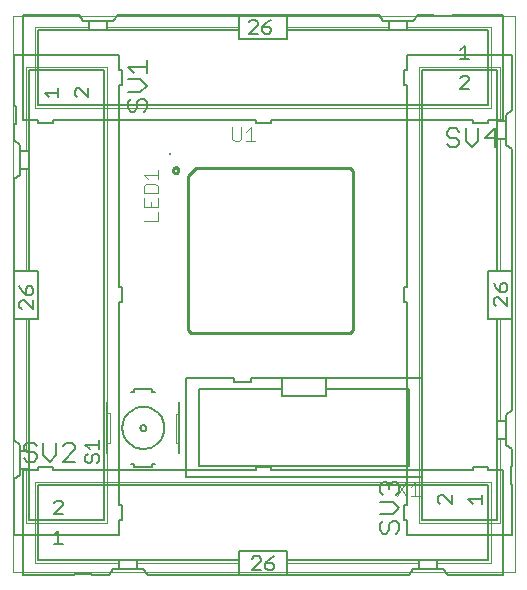
<source format=gbr>
G04 CAM350 V10.0.1 (Build 314) Date:  Fri Nov 30 16:16:42 2012 *
G04 Database: (Untitled) *
G04 Layer 5: silk *
%FSLAX23Y23*%
%MOIN*%
%SFA1.000B1.000*%

%MIA0B0*%
%IPPOS*%
%ADD10C,0.00000*%
%ADD18C,0.00800*%
%ADD35C,0.00400*%
%ADD36C,0.01000*%
%ADD37C,0.00600*%
%ADD38C,0.00200*%
%ADD39C,0.00500*%
%ADD40C,0.00700*%
%ADD41R,0.00790X0.00790*%
%LNsilk*%
%LPD*%
G54D41*
X537Y1418D03*
G54D10*
X12Y27D02*
G01X11Y1879D01*
X1685*
X1686Y27*
X12*
G54D35*
X495Y1197D02*
G01Y1227D01*
Y1243D02*
G01Y1273D01*
Y1289D02*
G01Y1312D01*
X487Y1319*
X457*
X449Y1312*
Y1289*
X495*
X472Y1258D02*
G01Y1243D01*
X449D02*
G01X495D01*
Y1197D02*
G01X449D01*
Y1243D02*
G01Y1273D01*
X464Y1335D02*
G01X449Y1350D01*
X495*
Y1335D02*
G01Y1365D01*
X751Y1462D02*
G01X744Y1469D01*
Y1508*
X774D02*
G01Y1469D01*
X767Y1462*
X751*
X790D02*
G01X820D01*
X805D02*
G01Y1508D01*
X790Y1492*
X1292Y325D02*
G01X1322Y279D01*
X1338D02*
G01X1368D01*
X1353D02*
G01Y325D01*
X1338Y310*
X1322Y325D02*
G01X1292Y279D01*
G54D36*
X1136Y823D02*
G01X605D01*
X595Y833*
Y1345*
X624Y1374*
X1136*
X1146Y1364*
Y833*
X1136Y823*
X545Y1365D02*
G01Y1367D01*
Y1369*
X546Y1371*
X548Y1372*
X549Y1373*
X551Y1374*
X553Y1375*
X555*
X556*
X558Y1374*
X560Y1373*
X561Y1372*
X563Y1371*
X564Y1369*
Y1367*
Y1365*
Y1363*
Y1361*
X563Y1360*
X561Y1358*
X560Y1357*
X558Y1356*
X556*
X555Y1355*
X553Y1356*
X551*
X549Y1357*
X548Y1358*
X546Y1360*
X545Y1361*
Y1363*
Y1365*
G54D37*
X377Y1651D02*
G01X367D01*
Y976*
X377*
Y926*
X367*
Y251*
X377*
Y201*
X367*
Y151*
X17*
Y336*
X37Y351*
Y371*
Y431*
Y451*
X17Y466*
Y871*
X57*
X67*
Y431*
Y371*
X57*
X37*
X46Y366D02*
G01Y16D01*
X216*
Y21*
X276*
Y16*
X331*
X346Y36*
X366*
X426*
X446*
X461Y16*
X766*
Y56*
Y66*
X426*
X366*
X96*
Y316*
X1596*
Y66*
X1426*
X1366*
X926*
Y56*
Y16*
X766*
Y66D02*
G01Y96D01*
X926*
Y66*
Y16D02*
G01X1331D01*
X1346Y36*
X1366*
X1426*
Y56*
Y66*
Y36D02*
G01X1446D01*
X1461Y16*
X1646*
Y366*
X1596*
Y376*
X1546*
Y366*
X871*
Y376*
X821*
Y366*
X146*
Y376*
X96*
Y366*
X46*
X67Y371D02*
G01Y201D01*
X317*
Y1701*
X67*
Y1431*
Y1371*
X57*
X37*
Y1351*
X17Y1336*
Y1031*
X57*
X67*
Y1371*
X37D02*
G01Y1431D01*
Y1451*
X17Y1466*
Y1521*
X22*
Y1581*
X17*
Y1751*
X367*
Y1701*
X377*
Y1651*
X327Y1833D02*
G01X267D01*
Y1843*
Y1863*
X327*
X347*
X362Y1883*
X767*
Y1843*
Y1833*
X327*
Y1843*
Y1863*
X267D02*
G01X247D01*
X232Y1883*
X47*
Y1533*
X97*
Y1523*
X147*
Y1533*
X822*
Y1523*
X872*
Y1533*
X1547*
Y1523*
X1597*
Y1533*
X1647*
Y1883*
X1477*
Y1878*
X1417*
Y1883*
X1362*
X1347Y1863*
X1327*
X1267*
X1247*
X1232Y1883*
X927*
Y1843*
Y1833*
X1267*
X1327*
X1597*
Y1583*
X97*
Y1833*
X267*
X67Y1431D02*
G01X57D01*
X37*
X17Y1031D02*
G01Y871D01*
X67D02*
G01X97D01*
Y1031*
X67*
X417Y637D02*
G01Y627D01*
X407*
X417Y637D02*
G01X477D01*
Y627*
X487*
X567Y592D02*
G01Y552D01*
Y457*
Y422*
X487Y387D02*
G01X477D01*
Y377*
X417*
Y387*
X407*
X327Y422D02*
G01Y457D01*
Y557*
Y592*
X437Y507D02*
G01Y509D01*
X438Y510*
X439Y512*
X440Y514*
X441Y515*
X443Y516*
X445*
X447Y517*
X449Y516*
X451*
X453Y515*
X454Y514*
X455Y512*
X456Y510*
X457Y509*
Y507*
Y505*
X456Y503*
X455Y501*
X454Y499*
X453Y498*
X451Y497*
X449*
X447*
X445*
X443*
X441Y498*
X440Y499*
X439Y501*
X438Y503*
X437Y505*
Y507*
X377D02*
G01Y512D01*
X378Y517*
X379Y522*
X380Y527*
X382Y532*
X384Y537*
X386Y542*
X389Y546*
X392Y550*
X396Y554*
X399Y558*
X403Y561*
X408Y564*
X412Y567*
X417Y570*
X421Y572*
X426Y573*
X431Y575*
X437Y576*
X442*
X447Y577*
X452Y576*
X457*
X463Y575*
X468Y573*
X473Y572*
X477Y570*
X482Y567*
X486Y564*
X491Y561*
X495Y558*
X498Y554*
X502Y550*
X505Y546*
X508Y542*
X510Y537*
X512Y532*
X514Y527*
X515Y522*
X516Y517*
X517Y512*
Y507*
Y501*
X516Y496*
X515Y491*
X514Y486*
X512Y481*
X510Y476*
X508Y472*
X505Y467*
X502Y463*
X498Y459*
X495Y455*
X491Y452*
X486Y449*
X482Y446*
X477Y443*
X473Y441*
X468Y440*
X463Y438*
X457Y437*
X452*
X447*
X442*
X437*
X431Y438*
X426Y440*
X421Y441*
X417Y443*
X412Y446*
X408Y449*
X403Y452*
X399Y455*
X396Y459*
X392Y463*
X389Y467*
X386Y472*
X384Y476*
X382Y481*
X380Y486*
X379Y491*
X378Y496*
X377Y501*
Y507*
X67Y431D02*
G01X57D01*
X37*
X366Y66D02*
G01Y56D01*
Y36*
X426D02*
G01Y56D01*
Y66*
X1317Y201D02*
G01X1327D01*
Y151*
X1677*
Y321*
X1672*
Y381*
X1677*
Y436*
X1657Y451*
Y471*
Y531*
Y551*
X1677Y566*
Y871*
X1637*
X1627*
Y531*
Y471*
Y201*
X1377*
Y1701*
X1627*
Y1531*
Y1471*
Y1031*
X1637*
X1677*
Y871*
X1627D02*
G01X1597D01*
Y1031*
X1627*
X1677D02*
G01Y1436D01*
X1657Y1451*
Y1471*
Y1531*
X1637*
X1627*
X1657D02*
G01Y1551D01*
X1677Y1566*
Y1751*
X1327*
Y1701*
X1317*
Y1651*
X1327*
Y976*
X1317*
Y926*
X1327*
Y251*
X1317*
Y201*
X1366Y66D02*
G01Y56D01*
Y36*
X1627Y471D02*
G01X1637D01*
X1657*
Y531D02*
G01X1637D01*
X1627*
Y1471D02*
G01X1637D01*
X1657*
X1327Y1833D02*
G01Y1843D01*
Y1863*
X1267D02*
G01Y1843D01*
Y1833*
X927D02*
G01Y1803D01*
X767*
Y1833*
Y1883D02*
G01X927D01*
G54D38*
Y1843D02*
G01X1267D01*
X1327D02*
G01X1607D01*
Y1573*
X87*
Y1843*
X267*
X327D02*
G01X767D01*
X327Y1711D02*
G01X57D01*
Y1431*
Y1371D02*
G01Y1031D01*
Y871D02*
G01Y431D01*
Y371D02*
G01Y191D01*
X327*
Y1711*
X1367D02*
G01Y191D01*
X1637*
Y471*
Y531D02*
G01Y871D01*
Y1031D02*
G01Y1471D01*
Y1531D02*
G01Y1711D01*
X1367*
X567Y552D02*
G01X557D01*
Y457*
X567*
X337D02*
G01Y557D01*
X327*
Y457D02*
G01X337D01*
X86Y326D02*
G01Y56D01*
X366*
X426D02*
G01X766D01*
X926D02*
G01X1366D01*
X1426D02*
G01X1606D01*
Y326*
X86*
G54D39*
X156Y263D02*
G01X148Y256D01*
X156Y263D02*
G01X171D01*
X178Y256*
Y248*
X148Y218*
X178*
X163Y163D02*
G01Y118D01*
X148D02*
G01X178D01*
X148Y148D02*
G01X163Y163D01*
X262Y389D02*
G01X254Y397D01*
Y412*
X262Y419*
X277Y412D02*
G01X284Y419D01*
X292*
X299Y412*
Y397*
X292Y389*
X277Y397D02*
G01Y412D01*
Y397D02*
G01X269Y389D01*
X262*
X269Y435D02*
G01X254Y450D01*
X299*
Y435D02*
G01Y465D01*
X79Y902D02*
G01X49Y932D01*
X42*
X34Y924*
Y909*
X42Y902*
X79D02*
G01Y932D01*
X72Y948D02*
G01X79Y955D01*
Y970*
X72Y978*
X64*
X57Y970*
Y948*
X72*
X57D02*
G01X42Y963D01*
X34Y978*
X134Y1608D02*
G01X119Y1623D01*
X164*
Y1608D02*
G01Y1638D01*
X219Y1630D02*
G01Y1615D01*
X227Y1608*
X219Y1630D02*
G01X227Y1638D01*
X234*
X264Y1608*
Y1638*
X798Y1821D02*
G01X828Y1851D01*
Y1858*
X820Y1866*
X805*
X798Y1858*
Y1821D02*
G01X828D01*
X844Y1828D02*
G01X851Y1821D01*
X866*
X874Y1828*
Y1836*
X866Y1843*
X844*
Y1828*
Y1843D02*
G01X859Y1858D01*
X874Y1866*
X1504Y1766D02*
G01X1519Y1781D01*
Y1736*
X1504D02*
G01X1534D01*
X1526Y1681D02*
G01X1511D01*
X1504Y1673*
X1526Y1681D02*
G01X1534Y1673D01*
Y1666*
X1504Y1636*
X1534*
X1615Y989D02*
G01X1622Y974D01*
X1637Y959*
Y982*
X1645Y989*
X1652*
X1660Y982*
Y967*
X1652Y959*
X1637*
X1630Y943D02*
G01X1622D01*
X1615Y936*
Y921*
X1622Y913*
X1630Y943D02*
G01X1660Y913D01*
Y943*
X1575Y283D02*
G01Y253D01*
Y268D02*
G01X1530D01*
X1545Y253*
X1475D02*
G01X1445Y283D01*
X1437*
X1430Y276*
Y261*
X1437Y253*
X1475D02*
G01Y283D01*
X884Y78D02*
G01X869Y71D01*
X854Y56*
X877*
X884Y48*
Y41*
X877Y33*
X862*
X854Y41*
Y56*
X838Y63D02*
G01Y71D01*
X831Y78*
X816*
X808Y71*
X838Y63D02*
G01X808Y33D01*
X838*
G54D40*
X1236Y165D02*
G01X1246Y154D01*
X1257*
X1267Y165*
Y186*
X1278Y196*
X1288*
X1299Y186*
Y165*
X1288Y154*
X1246Y196D02*
G01X1236Y186D01*
Y165*
Y219D02*
G01X1278D01*
X1299Y240*
X1278Y261*
X1236*
X1246Y283D02*
G01X1236Y294D01*
Y315*
X1246Y325*
X1257*
X1267Y315*
X1278Y325*
X1288*
X1299Y315*
Y294*
X1288Y283*
X1267Y304D02*
G01Y315D01*
X1468Y1442D02*
G01X1458Y1452D01*
X1468Y1442D02*
G01X1489D01*
X1500Y1452*
Y1463*
X1489Y1473*
X1468*
X1458Y1484*
Y1494*
X1468Y1505*
X1489*
X1500Y1494*
X1522Y1505D02*
G01Y1463D01*
X1543Y1442*
X1564Y1463*
Y1505*
X1587Y1473D02*
G01X1629D01*
X1618Y1442D02*
G01Y1505D01*
X1587Y1473*
X458Y1572D02*
G01X448Y1561D01*
X458Y1572D02*
G01Y1593D01*
X448Y1603*
X437*
X427Y1593*
Y1572*
X416Y1561*
X406*
X395Y1572*
Y1593*
X406Y1603*
X395Y1626D02*
G01X437D01*
X458Y1647*
X437Y1668*
X395*
X416Y1690D02*
G01X395Y1711D01*
X458*
Y1690D02*
G01Y1732D01*
X210Y457D02*
G01X189D01*
X178Y447*
X156Y457D02*
G01Y415D01*
X135Y394*
X114Y415*
Y457*
X91Y447D02*
G01X81Y457D01*
X60*
X49Y447*
Y436*
X60Y426*
X81*
X91Y415*
Y405*
X81Y394*
X60*
X49Y405*
X178Y394D02*
G01X220Y436D01*
Y447*
X210Y457*
X220Y394D02*
G01X178D01*
G54D18*
X588Y342D02*
G01Y673D01*
X748*
Y661*
X806*
Y673*
X908*
X1056*
X1376*
Y342*
X588*
X632Y378D02*
G01Y636D01*
X908*
Y612D02*
G01X1056D01*
Y673*
Y636D02*
G01X1331D01*
Y378*
X632*
X908Y612D02*
G01Y673D01*
M02*

</source>
